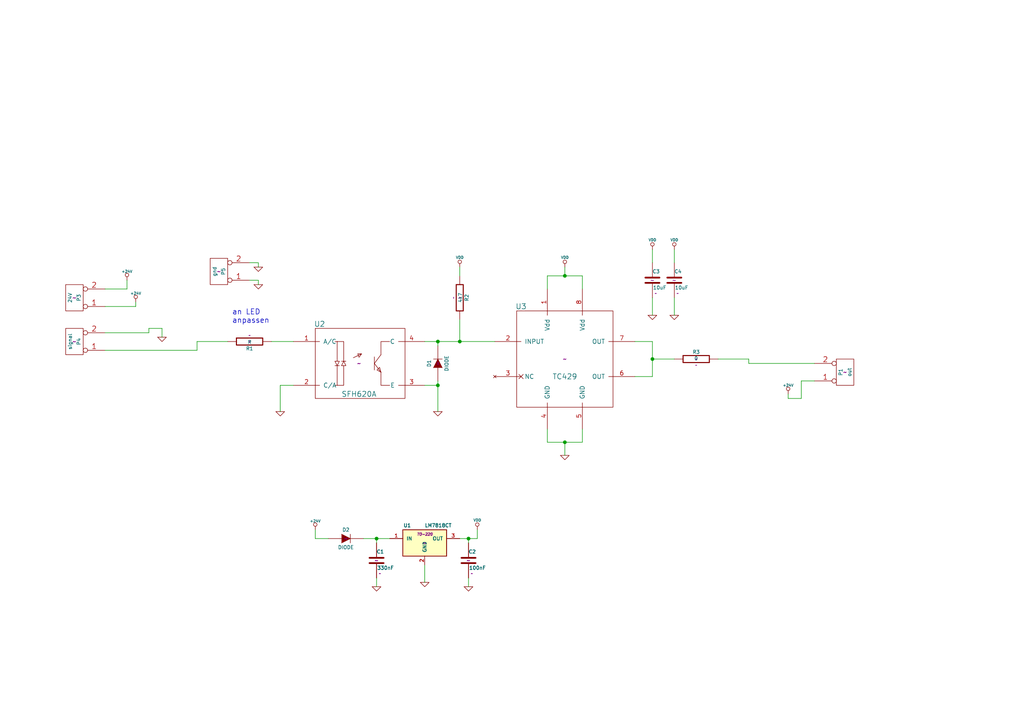
<source format=kicad_sch>
(kicad_sch (version 20231120) (generator "eeschema") (generator_version "8.0")
  (paper "A4")
  (title_block (date "23 may 2015"))
  (lib_symbols
    (symbol "mcp1407:MCP1407" (pin_names (offset 1.016))
      (property "Reference" "U" (at -12.7 15.24 0))
      (property "Value" "MCP1407" (at 0 -5.08 0))
      (symbol "MCP1407_0_1"
        (rectangle (start -13.97 13.97) (end 13.97 -13.97))
      )
      (symbol "MCP1407_1_1"
        (pin power_in line (at -5.08 20.32 270) (length 7.62) (name "Vdd") (number "1"))
        (pin input line (at -20.32 5.08 0) (length 7.62) (name "INPUT") (number "2"))
        (pin no_connect non_logic (at -20.32 -5.08 0) (length 7.62) (name "NC") (number "3"))
        (pin power_in line (at -5.08 -20.32 90) (length 7.62) (name "GND") (number "4"))
        (pin power_in line (at 5.08 -20.32 90) (length 7.62) (name "GND") (number "5"))
        (pin input line (at 20.32 -5.08 180) (length 7.62) (name "OUT") (number "6"))
        (pin input line (at 20.32 5.08 180) (length 7.62) (name "OUT") (number "7"))
        (pin power_in line (at 5.08 20.32 270) (length 7.62) (name "Vdd") (number "8"))
      )
    )
    (symbol "sfh620a:SFH620A" (pin_names (offset 1.016))
      (property "Reference" "U" (at -11.43 11.43 0))
      (property "Value" "SFH620A" (at 0 -8.89 0))
      (symbol "SFH620A_0_1"
        (rectangle (start -12.7 10.16) (end 13.335 -10.16))
        (polyline (pts (xy -6.985 -0.635) (xy -5.715 -0.635)))
        (polyline (pts (xy -6.35 -6.35) (xy -6.985 -6.35)))
        (polyline (pts (xy -6.35 -6.35) (xy -6.35 -0.635)))
        (polyline (pts (xy -6.35 0.635) (xy -6.35 6.35)))
        (polyline (pts (xy -6.35 6.35) (xy -6.985 6.35)))
        (polyline (pts (xy -5.08 0.635) (xy -3.81 0.635)))
        (polyline (pts (xy 4.445 0) (xy 6.35 -2.54)))
        (polyline (pts (xy 4.445 0) (xy 6.35 2.54)))
        (polyline (pts (xy 4.445 1.905) (xy 4.445 -1.905)))
        (polyline (pts (xy 6.35 2.54) (xy 6.35 2.54)))
        (polyline (pts (xy -6.35 6.35) (xy -4.445 6.35) (xy -4.445 0.635)))
        (polyline (pts (xy -4.445 -0.635) (xy -4.445 -6.35) (xy -6.35 -6.35)))
        (polyline (pts (xy 6.35 -2.54) (xy 6.35 -6.35) (xy 8.89 -6.35)))
        (polyline (pts (xy 6.35 2.54) (xy 6.35 6.35) (xy 8.89 6.35)))
        (polyline (pts (xy -6.985 0.635) (xy -5.715 0.635) (xy -6.35 -0.635) (xy -6.985 0.635)))
        (polyline (pts (xy -5.08 -0.635) (xy -3.81 -0.635) (xy -4.445 0.635) (xy -5.08 -0.635)))
        (polyline (pts (xy 6.35 -2.54) (xy 5.969 -1.143) (xy 5.207 -1.905) (xy 6.35 -2.54)))
        (polyline (pts (xy -1.651 1.651) (xy 0.762 2.794) (xy -0.381 2.794) (xy 0 1.778) (xy 0.762 2.794)))
      )
      (symbol "SFH620A_1_1"
        (pin input line (at -19.05 6.35 0) (length 7.62) (name "A/C") (number "1"))
        (pin input line (at -19.05 -6.35 0) (length 7.62) (name "C/A") (number "2"))
        (pin output line (at 19.05 -6.35 180) (length 7.62) (name "E") (number "3"))
        (pin output line (at 19.05 6.35 180) (length 7.62) (name "C") (number "4"))
      )
    )
    (symbol "treiber-rescue:+24V" (power) (pin_numbers hide) (pin_names (offset 0))
      (property "Value" "+24V" (at 0 2.54 0))
      (symbol "+24V_0_0"
        (pin power_in line (at 0 0 90) (length 0) hide (name "+24V") (number "1"))
      )
      (symbol "+24V_0_1"
        (polyline (pts (xy 0 0) (xy 0 1.016) (xy 0 1.016)))
        (circle (center 0 1.524) (radius 0.508))
      )
    )
    (symbol "treiber-rescue:C" (pin_numbers hide) (pin_names (offset 0.254))
      (property "Reference" "C" (at 0 2.54 0))
      (property "Value" "C" (at 0.1524 -2.159 0))
      (symbol "C_0_1"
        (polyline (pts (xy -2.032 -0.762) (xy 2.032 -0.762)) (stroke (width 0.508)))
        (polyline (pts (xy -2.032 0.762) (xy 2.032 0.762)) (stroke (width 0.508)))
      )
      (symbol "C_1_1"
        (pin passive line (at 0 5.08 270) (length 4.318) (name "~") (number "1"))
        (pin passive line (at 0 -5.08 90) (length 4.318) (name "~") (number "2"))
      )
    )
    (symbol "treiber-rescue:CONN_2" (pin_names (offset 1.016) hide)
      (property "Reference" "P" (at -1.27 0 90))
      (property "Value" "CONN_2" (at 1.27 0 90))
      (symbol "CONN_2_0_1"
        (rectangle (start -2.54 3.81) (end 2.54 -3.81))
      )
      (symbol "CONN_2_1_1"
        (pin passive inverted (at -8.89 2.54 0) (length 6.35) (name "P1") (number "1"))
        (pin passive inverted (at -8.89 -2.54 0) (length 6.35) (name "PM") (number "2"))
      )
    )
    (symbol "treiber-rescue:DIODE" (pin_numbers hide) (pin_names (offset 1.016) hide)
      (property "Reference" "D" (at 0 2.54 0))
      (property "Value" "DIODE" (at 0 -2.54 0))
      (symbol "DIODE_0_1"
        (polyline (pts (xy 1.27 1.27) (xy 1.27 -1.27)) (stroke (width 0.1524)))
        (polyline (pts (xy -1.27 1.27) (xy 1.27 0) (xy -1.27 -1.27)) (fill (type outline)))
      )
      (symbol "DIODE_1_1"
        (pin passive line (at -5.08 0 0) (length 3.81) (name "A") (number "1"))
        (pin passive line (at 5.08 0 180) (length 3.81) (name "K") (number "2"))
      )
    )
    (symbol "treiber-rescue:GND" (power) (pin_names (offset 0))
      (symbol "GND_0_1"
        (polyline (pts (xy -1.27 0) (xy 0 -1.27) (xy 1.27 0) (xy -1.27 0)))
      )
      (symbol "GND_1_1"
        (pin power_in line (at 0 0 90) (length 0) hide (name "GND") (number "1"))
      )
    )
    (symbol "treiber-rescue:LM7818CT" (pin_names (offset 1.016))
      (property "Reference" "U" (at -5.08 5.08 0))
      (property "Value" "LM7818CT" (at 0 5.08 0))
      (property "Footprint" "TO-220" (at 0 2.54 0))
      (symbol "LM7818CT_0_1"
        (rectangle (start -6.35 3.81) (end 6.35 -3.81) (stroke (width 0.254)) (fill (type background)))
      )
      (symbol "LM7818CT_1_1"
        (pin input line (at -10.16 1.27 0) (length 3.81) (name "IN") (number "1"))
        (pin power_in line (at 0 -6.35 90) (length 2.54) (name "GND") (number "2"))
        (pin power_out line (at 10.16 1.27 180) (length 3.81) (name "OUT") (number "3"))
      )
    )
    (symbol "treiber-rescue:R" (pin_numbers hide) (pin_names (offset 0))
      (property "Reference" "R" (at 2.032 0 90))
      (property "Value" "R" (at 0.1778 0.0254 90))
      (symbol "R_0_1"
        (rectangle (start -1.016 3.81) (end 1.016 -3.81) (stroke (width 0.3048)))
      )
      (symbol "R_1_1"
        (pin passive line (at 0 6.35 270) (length 2.54) (name "~") (number "1"))
        (pin passive line (at 0 -6.35 90) (length 2.54) (name "~") (number "2"))
      )
    )
    (symbol "treiber-rescue:VDD" (power) (pin_names (offset 0))
      (property "Value" "VDD" (at 0 2.794 0))
      (symbol "VDD_0_0"
        (pin power_in line (at 0 0 90) (length 0) hide (name "VDD") (number "1"))
      )
      (symbol "VDD_0_1"
        (polyline (pts (xy 0 0) (xy 0 1.016) (xy 0 1.016)))
        (circle (center 0 1.524) (radius 0.508))
      )
    )
  )
  (junction (at 127 99.06))
  (junction (at 163.83 80.01))
  (junction (at 163.83 128.27))
  (junction (at 189.23 104.14))
  (junction (at 127 111.76))
  (junction (at 133.35 99.06))
  (junction (at 135.89 156.21))
  (junction (at 109.22 156.21))
  (wire (pts (xy 43.18 96.52) (xy 43.18 95.25)))
  (wire (pts (xy 91.44 153.67) (xy 91.44 156.21)))
  (wire (pts (xy 195.58 86.36) (xy 195.58 91.44)))
  (wire (pts (xy 127 111.76) (xy 127 119.38)))
  (wire (pts (xy 74.93 77.47) (xy 74.93 76.2)))
  (wire (pts (xy 158.75 128.27) (xy 163.83 128.27)))
  (wire (pts (xy 195.58 76.2) (xy 195.58 72.39)))
  (wire (pts (xy 109.22 156.21) (xy 113.03 156.21)))
  (wire (pts (xy 168.91 80.01) (xy 168.91 83.82)))
  (wire (pts (xy 163.83 80.01) (xy 168.91 80.01)))
  (wire (pts (xy 217.17 104.14) (xy 217.17 105.41)))
  (wire (pts (xy 189.23 99.06) (xy 189.23 104.14)))
  (wire (pts (xy 74.93 76.2) (xy 72.39 76.2)))
  (wire (pts (xy 30.48 96.52) (xy 43.18 96.52)))
  (wire (pts (xy 133.35 156.21) (xy 135.89 156.21)))
  (wire (pts (xy 36.83 83.82) (xy 36.83 81.28)))
  (wire (pts (xy 163.83 77.47) (xy 163.83 80.01)))
  (wire (pts (xy 189.23 104.14) (xy 189.23 109.22)))
  (wire (pts (xy 208.28 104.14) (xy 217.17 104.14)))
  (wire (pts (xy 72.39 81.28) (xy 74.93 81.28)))
  (wire (pts (xy 123.19 163.83) (xy 123.19 168.91)))
  (wire (pts (xy 109.22 157.48) (xy 109.22 156.21)))
  (wire (pts (xy 158.75 124.46) (xy 158.75 128.27)))
  (wire (pts (xy 163.83 128.27) (xy 168.91 128.27)))
  (wire (pts (xy 158.75 80.01) (xy 163.83 80.01)))
  (wire (pts (xy 105.41 156.21) (xy 109.22 156.21)))
  (wire (pts (xy 85.09 111.76) (xy 81.28 111.76)))
  (wire (pts (xy 46.99 97.79) (xy 46.99 95.25)))
  (wire (pts (xy 195.58 104.14) (xy 189.23 104.14)))
  (wire (pts (xy 135.89 156.21) (xy 138.43 156.21)))
  (wire (pts (xy 81.28 111.76) (xy 81.28 119.38)))
  (wire (pts (xy 135.89 167.64) (xy 135.89 170.18)))
  (wire (pts (xy 189.23 86.36) (xy 189.23 91.44)))
  (wire (pts (xy 39.37 88.9) (xy 39.37 87.63)))
  (wire (pts (xy 189.23 99.06) (xy 184.15 99.06)))
  (wire (pts (xy 57.15 101.6) (xy 57.15 99.06)))
  (wire (pts (xy 138.43 156.21) (xy 138.43 153.67)))
  (wire (pts (xy 123.19 111.76) (xy 127 111.76)))
  (wire (pts (xy 133.35 99.06) (xy 133.35 92.71)))
  (wire (pts (xy 133.35 99.06) (xy 143.51 99.06)))
  (wire (pts (xy 133.35 80.01) (xy 133.35 77.47)))
  (wire (pts (xy 109.22 170.18) (xy 109.22 167.64)))
  (wire (pts (xy 228.6 114.3) (xy 228.6 115.57)))
  (wire (pts (xy 30.48 88.9) (xy 39.37 88.9)))
  (wire (pts (xy 57.15 99.06) (xy 66.04 99.06)))
  (wire (pts (xy 127 110.49) (xy 127 111.76)))
  (wire (pts (xy 236.22 110.49) (xy 232.41 110.49)))
  (wire (pts (xy 46.99 95.25) (xy 43.18 95.25)))
  (wire (pts (xy 78.74 99.06) (xy 85.09 99.06)))
  (wire (pts (xy 127 99.06) (xy 127 100.33)))
  (wire (pts (xy 228.6 115.57) (xy 232.41 115.57)))
  (wire (pts (xy 123.19 99.06) (xy 127 99.06)))
  (wire (pts (xy 74.93 81.28) (xy 74.93 82.55)))
  (wire (pts (xy 189.23 109.22) (xy 184.15 109.22)))
  (wire (pts (xy 158.75 83.82) (xy 158.75 80.01)))
  (wire (pts (xy 232.41 110.49) (xy 232.41 115.57)))
  (wire (pts (xy 30.48 101.6) (xy 57.15 101.6)))
  (wire (pts (xy 91.44 156.21) (xy 95.25 156.21)))
  (wire (pts (xy 30.48 83.82) (xy 36.83 83.82)))
  (wire (pts (xy 189.23 76.2) (xy 189.23 72.39)))
  (wire (pts (xy 135.89 156.21) (xy 135.89 157.48)))
  (wire (pts (xy 163.83 128.27) (xy 163.83 132.08)))
  (wire (pts (xy 168.91 128.27) (xy 168.91 124.46)))
  (wire (pts (xy 217.17 105.41) (xy 236.22 105.41)))
  (wire (pts (xy 127 99.06) (xy 133.35 99.06)))
  (text "an LED\nanpassen" (at 67.31 93.98 0) (effects (font (size 1.524 1.524)) (justify left bottom)))
  (symbol (lib_id "mcp1407:MCP1407") (at 163.83 104.14 0) (unit 1)
    (property "Reference" "U3" (at 151.13 88.9 0) (effects (font (size 1.524 1.524))))
    (property "Value" "TC429" (at 163.83 109.22 0) (effects (font (size 1.524 1.524))))
    (property "Footprint" "~" (at 163.83 104.14 0) (effects (font (size 1.524 1.524))))
    (property "Datasheet" "~" (at 163.83 104.14 0) (effects (font (size 1.524 1.524))))
  )
  (symbol (lib_id "sfh620a:SFH620A") (at 104.14 105.41 0) (unit 1)
    (property "Reference" "U2" (at 92.71 93.98 0) (effects (font (size 1.524 1.524))))
    (property "Value" "SFH620A" (at 104.14 114.3 0) (effects (font (size 1.524 1.524))))
    (property "Footprint" "~" (at 104.14 105.41 0) (effects (font (size 1.524 1.524))))
    (property "Datasheet" "~" (at 104.14 105.41 0) (effects (font (size 1.524 1.524))))
  )
  (symbol (lib_name "treiber-rescue:GND") (lib_id "treiber-rescue:GND") (at 163.83 132.08 0) (unit 1)
    (property "Reference" "#PWR01" (effects (hide yes)))
    (property "Value" "GND" (effects (hide yes)))
  )
  (symbol (lib_name "treiber-rescue:R") (lib_id "treiber-rescue:R") (at 133.35 86.36 0) (unit 1)
    (property "Reference" "R2" (at 135.382 86.36 90) (effects (font (size 1.016 1.016))))
    (property "Value" "4k7" (at 133.5278 86.3346 90) (effects (font (size 1.016 1.016))))
    (property "Footprint" "~" (at 131.572 86.36 90) (effects (font (size 0.762 0.762))))
    (property "Datasheet" "~" (at 133.35 86.36 0) (effects (font (size 0.762 0.762))))
  )
  (symbol (lib_name "treiber-rescue:GND") (lib_id "treiber-rescue:GND") (at 127 119.38 0) (unit 1)
    (property "Reference" "#PWR02" (effects (hide yes)))
    (property "Value" "GND" (effects (hide yes)))
  )
  (symbol (lib_name "treiber-rescue:GND") (lib_id "treiber-rescue:GND") (at 81.28 119.38 0) (unit 1)
    (property "Reference" "#PWR03" (effects (hide yes)))
    (property "Value" "GND" (effects (hide yes)))
  )
  (symbol (lib_name "treiber-rescue:LM7818CT") (lib_id "treiber-rescue:LM7818CT") (at 123.19 157.48 0) (unit 1)
    (property "Reference" "U1" (at 118.11 152.4 0) (effects (font (size 1.016 1.016))))
    (property "Value" "LM7818CT" (at 123.19 152.4 0) (effects (font (size 1.016 1.016)) (justify left)))
    (property "Footprint" "TO-220" (at 123.19 154.94 0) (effects (font (size 0.762 0.762) (italic yes))))
    (property "Datasheet" "~" (at 123.19 157.48 0) (effects (font (size 1.524 1.524))))
  )
  (symbol (lib_name "treiber-rescue:GND") (lib_id "treiber-rescue:GND") (at 123.19 168.91 0) (unit 1)
    (property "Reference" "#PWR04" (effects (hide yes)))
    (property "Value" "GND" (effects (hide yes)))
  )
  (symbol (lib_name "treiber-rescue:VDD") (lib_id "treiber-rescue:VDD") (at 138.43 153.67 0) (unit 1)
    (property "Reference" "#PWR05" (effects (hide yes)))
    (property "Value" "VDD" (at 138.43 150.876 0) (effects (font (size 0.762 0.762))))
  )
  (symbol (lib_name "treiber-rescue:+24V") (lib_id "treiber-rescue:+24V") (at 91.44 153.67 0) (unit 1)
    (property "Reference" "#PWR06" (effects (hide yes)))
    (property "Value" "+24V" (at 91.44 151.13 0) (effects (font (size 0.762 0.762))))
  )
  (symbol (lib_name "treiber-rescue:+24V") (lib_id "treiber-rescue:+24V") (at 36.83 81.28 0) (unit 1)
    (property "Reference" "#PWR07" (effects (hide yes)))
    (property "Value" "+24V" (at 36.83 78.74 0) (effects (font (size 0.762 0.762))))
  )
  (symbol (lib_name "treiber-rescue:R") (lib_id "treiber-rescue:R") (at 72.39 99.06 270) (unit 1)
    (property "Reference" "R1" (at 72.39 101.092 90) (effects (font (size 1.016 1.016))))
    (property "Value" "R" (at 72.4154 99.2378 90) (effects (font (size 1.016 1.016))))
    (property "Footprint" "~" (at 72.39 97.282 90) (effects (font (size 0.762 0.762))))
    (property "Datasheet" "~" (at 72.39 99.06 0) (effects (font (size 0.762 0.762))))
  )
  (symbol (lib_name "treiber-rescue:VDD") (lib_id "treiber-rescue:VDD") (at 133.35 77.47 0) (unit 1)
    (property "Reference" "#PWR08" (effects (hide yes)))
    (property "Value" "VDD" (at 133.35 74.676 0) (effects (font (size 0.762 0.762))))
  )
  (symbol (lib_name "treiber-rescue:VDD") (lib_id "treiber-rescue:VDD") (at 163.83 77.47 0) (unit 1)
    (property "Reference" "#PWR09" (effects (hide yes)))
    (property "Value" "VDD" (at 163.83 74.676 0) (effects (font (size 0.762 0.762))))
  )
  (symbol (lib_name "treiber-rescue:C") (lib_id "treiber-rescue:C") (at 189.23 81.28 0) (unit 1)
    (property "Reference" "C3" (at 189.23 78.74 0) (effects (font (size 1.016 1.016)) (justify left)))
    (property "Value" "10uF" (at 189.3824 83.439 0) (effects (font (size 1.016 1.016)) (justify left)))
    (property "Footprint" "~" (at 190.1952 85.09 0) (effects (font (size 0.762 0.762))))
    (property "Datasheet" "~" (at 189.23 81.28 0) (effects (font (size 1.524 1.524))))
  )
  (symbol (lib_name "treiber-rescue:VDD") (lib_id "treiber-rescue:VDD") (at 189.23 72.39 0) (unit 1)
    (property "Reference" "#PWR010" (effects (hide yes)))
    (property "Value" "VDD" (at 189.23 69.596 0) (effects (font (size 0.762 0.762))))
  )
  (symbol (lib_name "treiber-rescue:GND") (lib_id "treiber-rescue:GND") (at 189.23 91.44 0) (unit 1)
    (property "Reference" "#PWR011" (effects (hide yes)))
    (property "Value" "GND" (effects (hide yes)))
  )
  (symbol (lib_name "treiber-rescue:C") (lib_id "treiber-rescue:C") (at 195.58 81.28 0) (unit 1)
    (property "Reference" "C4" (at 195.58 78.74 0) (effects (font (size 1.016 1.016)) (justify left)))
    (property "Value" "10uF" (at 195.7324 83.439 0) (effects (font (size 1.016 1.016)) (justify left)))
    (property "Footprint" "~" (at 196.5452 85.09 0) (effects (font (size 0.762 0.762))))
    (property "Datasheet" "~" (at 195.58 81.28 0) (effects (font (size 1.524 1.524))))
  )
  (symbol (lib_name "treiber-rescue:VDD") (lib_id "treiber-rescue:VDD") (at 195.58 72.39 0) (unit 1)
    (property "Reference" "#PWR012" (effects (hide yes)))
    (property "Value" "VDD" (at 195.58 69.596 0) (effects (font (size 0.762 0.762))))
  )
  (symbol (lib_name "treiber-rescue:GND") (lib_id "treiber-rescue:GND") (at 195.58 91.44 0) (unit 1)
    (property "Reference" "#PWR013" (effects (hide yes)))
    (property "Value" "GND" (effects (hide yes)))
  )
  (symbol (lib_name "treiber-rescue:DIODE") (lib_id "treiber-rescue:DIODE") (at 127 105.41 90) (unit 1)
    (property "Reference" "D1" (at 124.46 105.41 0) (effects (font (size 1.016 1.016))))
    (property "Value" "DIODE" (at 129.54 105.41 0) (effects (font (size 1.016 1.016))))
    (property "Footprint" "~" (at 127 105.41 0) (effects (font (size 1.524 1.524))))
    (property "Datasheet" "~" (at 127 105.41 0) (effects (font (size 1.524 1.524))))
  )
  (symbol (lib_name "treiber-rescue:R") (lib_id "treiber-rescue:R") (at 201.93 104.14 90) (unit 1)
    (property "Reference" "R3" (at 201.93 102.108 90) (effects (font (size 1.016 1.016))))
    (property "Value" "0" (at 201.9046 103.9622 90) (effects (font (size 1.016 1.016))))
    (property "Footprint" "~" (at 201.93 105.918 90) (effects (font (size 0.762 0.762))))
    (property "Datasheet" "~" (at 201.93 104.14 0) (effects (font (size 0.762 0.762))))
  )
  (symbol (lib_name "treiber-rescue:C") (lib_id "treiber-rescue:C") (at 109.22 162.56 0) (unit 1)
    (property "Reference" "C1" (at 109.22 160.02 0) (effects (font (size 1.016 1.016)) (justify left)))
    (property "Value" "330nF" (at 109.3724 164.719 0) (effects (font (size 1.016 1.016)) (justify left)))
    (property "Footprint" "~" (at 110.1852 166.37 0) (effects (font (size 0.762 0.762))))
    (property "Datasheet" "~" (at 109.22 162.56 0) (effects (font (size 1.524 1.524))))
  )
  (symbol (lib_name "treiber-rescue:C") (lib_id "treiber-rescue:C") (at 135.89 162.56 0) (unit 1)
    (property "Reference" "C2" (at 135.89 160.02 0) (effects (font (size 1.016 1.016)) (justify left)))
    (property "Value" "100nF" (at 136.0424 164.719 0) (effects (font (size 1.016 1.016)) (justify left)))
    (property "Footprint" "~" (at 136.8552 166.37 0) (effects (font (size 0.762 0.762))))
    (property "Datasheet" "~" (at 135.89 162.56 0) (effects (font (size 1.524 1.524))))
  )
  (symbol (lib_name "treiber-rescue:GND") (lib_id "treiber-rescue:GND") (at 109.22 170.18 0) (unit 1)
    (property "Reference" "#PWR014" (effects (hide yes)))
    (property "Value" "GND" (effects (hide yes)))
  )
  (symbol (lib_name "treiber-rescue:GND") (lib_id "treiber-rescue:GND") (at 135.89 170.18 0) (unit 1)
    (property "Reference" "#PWR015" (effects (hide yes)))
    (property "Value" "GND" (effects (hide yes)))
  )
  (symbol (lib_name "treiber-rescue:CONN_2") (lib_id "treiber-rescue:CONN_2") (at 21.59 86.36 180) (unit 1)
    (property "Reference" "P3" (at 22.86 86.36 90) (effects (font (size 1.016 1.016))))
    (property "Value" "24V" (at 20.32 86.36 90) (effects (font (size 1.016 1.016))))
    (property "Footprint" "~" (at 21.59 86.36 0) (effects (font (size 1.524 1.524))))
    (property "Datasheet" "~" (at 21.59 86.36 0) (effects (font (size 1.524 1.524))))
  )
  (symbol (lib_name "treiber-rescue:CONN_2") (lib_id "treiber-rescue:CONN_2") (at 21.59 99.06 180) (unit 1)
    (property "Reference" "P4" (at 22.86 99.06 90) (effects (font (size 1.016 1.016))))
    (property "Value" "signal" (at 20.32 99.06 90) (effects (font (size 1.016 1.016))))
    (property "Footprint" "~" (at 21.59 99.06 0) (effects (font (size 1.524 1.524))))
    (property "Datasheet" "~" (at 21.59 99.06 0) (effects (font (size 1.524 1.524))))
  )
  (symbol (lib_name "treiber-rescue:+24V") (lib_id "treiber-rescue:+24V") (at 39.37 87.63 0) (unit 1)
    (property "Reference" "#PWR016" (effects (hide yes)))
    (property "Value" "+24V" (at 39.37 85.09 0) (effects (font (size 0.762 0.762))))
  )
  (symbol (lib_name "treiber-rescue:CONN_2") (lib_id "treiber-rescue:CONN_2") (at 63.5 78.74 180) (unit 1)
    (property "Reference" "P5" (at 64.77 78.74 90) (effects (font (size 1.016 1.016))))
    (property "Value" "gnd" (at 62.23 78.74 90) (effects (font (size 1.016 1.016))))
    (property "Footprint" "~" (at 63.5 78.74 0) (effects (font (size 1.524 1.524))))
    (property "Datasheet" "~" (at 63.5 78.74 0) (effects (font (size 1.524 1.524))))
  )
  (symbol (lib_name "treiber-rescue:GND") (lib_id "treiber-rescue:GND") (at 74.93 77.47 0) (unit 1)
    (property "Reference" "#PWR017" (effects (hide yes)))
    (property "Value" "GND" (effects (hide yes)))
  )
  (symbol (lib_name "treiber-rescue:GND") (lib_id "treiber-rescue:GND") (at 46.99 97.79 0) (unit 1)
    (property "Reference" "#PWR018" (effects (hide yes)))
    (property "Value" "GND" (effects (hide yes)))
  )
  (symbol (lib_name "treiber-rescue:CONN_2") (lib_id "treiber-rescue:CONN_2") (at 245.11 107.95 0) (mirror x) (unit 1)
    (property "Reference" "P1" (at 243.84 107.95 90) (effects (font (size 1.016 1.016))))
    (property "Value" "out" (at 246.38 107.95 90) (effects (font (size 1.016 1.016))))
    (property "Footprint" "~" (at 245.11 107.95 0) (effects (font (size 1.524 1.524))))
    (property "Datasheet" "~" (at 245.11 107.95 0) (effects (font (size 1.524 1.524))))
  )
  (symbol (lib_name "treiber-rescue:DIODE") (lib_id "treiber-rescue:DIODE") (at 100.33 156.21 0) (unit 1)
    (property "Reference" "D2" (at 100.33 153.67 0) (effects (font (size 1.016 1.016))))
    (property "Value" "DIODE" (at 100.33 158.75 0) (effects (font (size 1.016 1.016))))
    (property "Footprint" "~" (at 100.33 156.21 0) (effects (font (size 1.524 1.524))))
    (property "Datasheet" "~" (at 100.33 156.21 0) (effects (font (size 1.524 1.524))))
  )
  (symbol (lib_name "treiber-rescue:+24V") (lib_id "treiber-rescue:+24V") (at 228.6 114.3 0) (unit 1)
    (property "Reference" "#PWR019" (effects (hide yes)))
    (property "Value" "+24V" (at 228.6 111.76 0) (effects (font (size 0.762 0.762))))
  )
  (symbol (lib_name "treiber-rescue:GND") (lib_id "treiber-rescue:GND") (at 74.93 82.55 0) (unit 1)
    (property "Reference" "#PWR?" (effects (hide yes)))
    (property "Value" "GND" (effects (hide yes)))
  )
)
</source>
